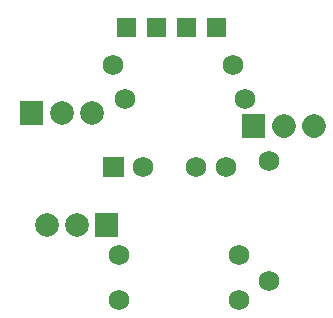
<source format=gbs>
G04 Layer: BottomSolderMaskLayer*
G04 EasyEDA v6.3.53, 2020-07-21T18:42:38+02:00*
G04 Gerber Generator version 0.2*
G04 Scale: 100 percent, Rotated: No, Reflected: No *
G04 Dimensions in millimeters *
G04 leading zeros omitted , absolute positions ,3 integer and 3 decimal *
%FSLAX33Y33*%
%MOMM*%
G90*
G71D02*

%ADD19C,2.003196*%
%ADD21C,1.727200*%

%LPD*%
G54D19*
G01X26191Y17428D02*
G01X26191Y17428D01*
G01X23651Y17428D02*
G01X23651Y17428D01*
G36*
G01X1315Y17571D02*
G01X1315Y19572D01*
G01X3316Y19572D01*
G01X3316Y17571D01*
G01X1315Y17571D01*
G37*
G01X4855Y18571D03*
G01X7395Y18571D03*
G36*
G01X7665Y8046D02*
G01X7665Y10047D01*
G01X9666Y10047D01*
G01X9666Y8046D01*
G01X7665Y8046D01*
G37*
G01X6125Y9046D03*
G01X3585Y9046D03*
G54D21*
G01X10189Y19714D03*
G01X20349Y19714D03*
G01X22381Y14507D03*
G01X22381Y4347D03*
G01X9681Y2696D03*
G01X19841Y2696D03*
G01X9681Y6506D03*
G01X19841Y6506D03*
G01X19333Y22635D03*
G01X9173Y22635D03*
G01X18800Y13999D03*
G01X16260Y13999D03*
G36*
G01X8386Y13136D02*
G01X8386Y14863D01*
G01X10113Y14863D01*
G01X10113Y13136D01*
G01X8386Y13136D01*
G37*
G01X11750Y13998D03*
G36*
G01X20111Y16428D02*
G01X20111Y18429D01*
G01X22112Y18429D01*
G01X22112Y16428D01*
G01X20111Y16428D01*
G37*
G36*
G01X17129Y25000D02*
G01X17129Y26618D01*
G01X18747Y26618D01*
G01X18747Y25000D01*
G01X17129Y25000D01*
G37*
G36*
G01X12049Y25000D02*
G01X12049Y26618D01*
G01X13667Y26618D01*
G01X13667Y25000D01*
G01X12049Y25000D01*
G37*
G36*
G01X14589Y25000D02*
G01X14589Y26618D01*
G01X16207Y26618D01*
G01X16207Y25000D01*
G01X14589Y25000D01*
G37*
G36*
G01X9509Y25000D02*
G01X9509Y26618D01*
G01X11127Y26618D01*
G01X11127Y25000D01*
G01X9509Y25000D01*
G37*
M00*
M02*

</source>
